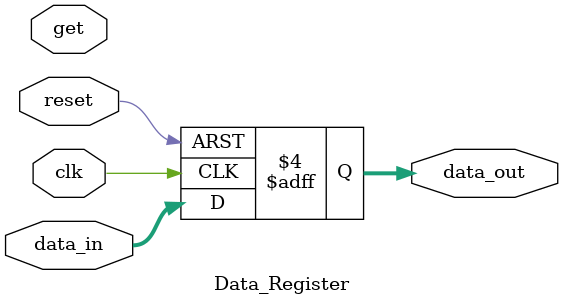
<source format=sv>
module Data_Register(
    input  logic       clk,
    input  logic       reset,
    input  logic [9:0] data_in,
    input  logic       get,
    output logic [9:0] data_out
);

    always_ff @(posedge clk or posedge reset) begin
        if (reset) begin
            data_out <= 10'b0;
        end
        else if (get) begin
            data_out <= data_in;
        end
        else begin
            data_out <= data_in;
        end
    end
endmodule
</source>
